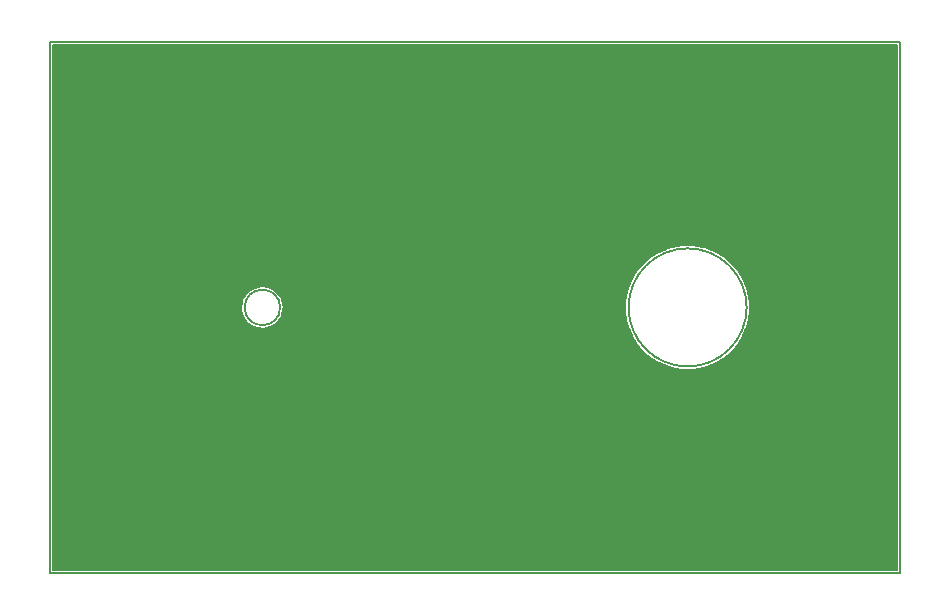
<source format=gbl>
G04 #@! TF.GenerationSoftware,KiCad,Pcbnew,(6.0.7)*
G04 #@! TF.CreationDate,2022-10-12T09:28:52+03:00*
G04 #@! TF.ProjectId,ControlUnitFaceplateSilkscreen,436f6e74-726f-46c5-956e-697446616365,rev?*
G04 #@! TF.SameCoordinates,Original*
G04 #@! TF.FileFunction,Copper,L2,Bot*
G04 #@! TF.FilePolarity,Positive*
%FSLAX46Y46*%
G04 Gerber Fmt 4.6, Leading zero omitted, Abs format (unit mm)*
G04 Created by KiCad (PCBNEW (6.0.7)) date 2022-10-12 09:28:52*
%MOMM*%
%LPD*%
G01*
G04 APERTURE LIST*
G04 #@! TA.AperFunction,Profile*
%ADD10C,0.200000*%
G04 #@! TD*
G04 #@! TA.AperFunction,ComponentPad*
%ADD11C,5.000000*%
G04 #@! TD*
G04 APERTURE END LIST*
D10*
X186596600Y-111374600D02*
X186596600Y-66374600D01*
X186596600Y-66374600D02*
X114596600Y-66374600D01*
X114596600Y-111374600D02*
X186596600Y-111374600D01*
X134096600Y-88874600D02*
G75*
G03*
X134096600Y-88874600I-1500000J0D01*
G01*
X173596600Y-88874600D02*
G75*
G03*
X173596600Y-88874600I-5000000J0D01*
G01*
X114596600Y-66374600D02*
X114596600Y-111374600D01*
D11*
X181896600Y-106574600D03*
X119396600Y-106574600D03*
X119396600Y-71074600D03*
X181896600Y-71074600D03*
G04 #@! TA.AperFunction,Conductor*
G36*
X186355291Y-66594007D02*
G01*
X186391255Y-66643507D01*
X186396100Y-66674100D01*
X186396100Y-111075100D01*
X186377193Y-111133291D01*
X186327693Y-111169255D01*
X186297100Y-111174100D01*
X114896100Y-111174100D01*
X114837909Y-111155193D01*
X114801945Y-111105693D01*
X114797100Y-111075100D01*
X114797100Y-88829961D01*
X130891916Y-88829961D01*
X130894060Y-88874600D01*
X130904043Y-89082420D01*
X130953352Y-89330313D01*
X131038760Y-89568195D01*
X131158392Y-89790840D01*
X131309618Y-89993356D01*
X131489117Y-90171296D01*
X131492076Y-90173466D01*
X131492080Y-90173469D01*
X131492941Y-90174100D01*
X131692946Y-90320749D01*
X131916626Y-90438433D01*
X131920097Y-90439645D01*
X131920099Y-90439646D01*
X132002497Y-90468420D01*
X132155244Y-90521762D01*
X132403558Y-90568906D01*
X132541008Y-90574306D01*
X132652443Y-90578685D01*
X132652446Y-90578685D01*
X132656113Y-90578829D01*
X132907360Y-90551313D01*
X133029571Y-90519138D01*
X133148235Y-90487897D01*
X133148240Y-90487895D01*
X133151781Y-90486963D01*
X133384005Y-90387191D01*
X133393029Y-90381607D01*
X133595805Y-90256126D01*
X133595810Y-90256122D01*
X133598931Y-90254191D01*
X133791838Y-90090883D01*
X133897350Y-89970570D01*
X133956062Y-89903623D01*
X133956066Y-89903618D01*
X133958488Y-89900856D01*
X134095219Y-89688284D01*
X134134729Y-89600576D01*
X134197518Y-89461188D01*
X134199028Y-89457836D01*
X134267634Y-89214576D01*
X134299531Y-88963847D01*
X134301868Y-88874600D01*
X163391146Y-88874600D01*
X163410954Y-89328285D01*
X163470229Y-89778518D01*
X163470698Y-89780634D01*
X163470699Y-89780639D01*
X163497351Y-89900856D01*
X163568518Y-90221871D01*
X163569165Y-90223922D01*
X163569166Y-90223927D01*
X163672096Y-90550379D01*
X163705073Y-90654970D01*
X163878857Y-91074520D01*
X164088545Y-91477327D01*
X164089697Y-91479135D01*
X164089698Y-91479137D01*
X164149062Y-91572319D01*
X164332542Y-91860326D01*
X164608991Y-92220601D01*
X164915788Y-92555412D01*
X165250599Y-92862209D01*
X165610874Y-93138658D01*
X165612690Y-93139815D01*
X165612693Y-93139817D01*
X165734344Y-93217317D01*
X165993873Y-93382655D01*
X166396680Y-93592343D01*
X166816230Y-93766127D01*
X166818299Y-93766779D01*
X166818298Y-93766779D01*
X167247273Y-93902034D01*
X167247278Y-93902035D01*
X167249329Y-93902682D01*
X167251436Y-93903149D01*
X167690561Y-94000501D01*
X167690566Y-94000502D01*
X167692682Y-94000971D01*
X168142915Y-94060246D01*
X168596600Y-94080054D01*
X169050285Y-94060246D01*
X169500518Y-94000971D01*
X169502634Y-94000502D01*
X169502639Y-94000501D01*
X169941764Y-93903149D01*
X169943871Y-93902682D01*
X169945922Y-93902035D01*
X169945927Y-93902034D01*
X170374902Y-93766779D01*
X170374901Y-93766779D01*
X170376970Y-93766127D01*
X170796520Y-93592343D01*
X171199327Y-93382655D01*
X171458856Y-93217317D01*
X171580507Y-93139817D01*
X171580510Y-93139815D01*
X171582326Y-93138658D01*
X171942601Y-92862209D01*
X172277412Y-92555412D01*
X172584209Y-92220601D01*
X172860658Y-91860326D01*
X173044139Y-91572319D01*
X173103502Y-91479137D01*
X173103503Y-91479135D01*
X173104655Y-91477327D01*
X173314343Y-91074520D01*
X173488127Y-90654970D01*
X173521104Y-90550379D01*
X173624034Y-90223927D01*
X173624035Y-90223922D01*
X173624682Y-90221871D01*
X173695849Y-89900856D01*
X173722501Y-89780639D01*
X173722502Y-89780634D01*
X173722971Y-89778518D01*
X173782246Y-89328285D01*
X173802054Y-88874600D01*
X173782246Y-88420915D01*
X173722971Y-87970682D01*
X173624682Y-87527329D01*
X173622914Y-87521720D01*
X173488779Y-87096298D01*
X173488127Y-87094230D01*
X173314343Y-86674680D01*
X173104655Y-86271873D01*
X172860658Y-85888874D01*
X172584209Y-85528599D01*
X172277412Y-85193788D01*
X171942601Y-84886991D01*
X171582326Y-84610542D01*
X171199327Y-84366545D01*
X170796520Y-84156857D01*
X170376970Y-83983073D01*
X170322396Y-83965866D01*
X169945927Y-83847166D01*
X169945922Y-83847165D01*
X169943871Y-83846518D01*
X169792256Y-83812906D01*
X169502639Y-83748699D01*
X169502634Y-83748698D01*
X169500518Y-83748229D01*
X169050285Y-83688954D01*
X168596600Y-83669146D01*
X168142915Y-83688954D01*
X167692682Y-83748229D01*
X167690566Y-83748698D01*
X167690561Y-83748699D01*
X167400944Y-83812906D01*
X167249329Y-83846518D01*
X167247278Y-83847165D01*
X167247273Y-83847166D01*
X166870804Y-83965866D01*
X166816230Y-83983073D01*
X166396680Y-84156857D01*
X165993873Y-84366545D01*
X165610874Y-84610542D01*
X165250599Y-84886991D01*
X164915788Y-85193788D01*
X164608991Y-85528599D01*
X164332542Y-85888874D01*
X164088545Y-86271873D01*
X163878857Y-86674680D01*
X163705073Y-87094230D01*
X163704421Y-87096298D01*
X163570287Y-87521720D01*
X163568518Y-87527329D01*
X163470229Y-87970682D01*
X163410954Y-88420915D01*
X163396631Y-88748964D01*
X163391146Y-88874600D01*
X134301868Y-88874600D01*
X134301684Y-88872127D01*
X134301684Y-88872117D01*
X134283409Y-88626199D01*
X134283408Y-88626193D01*
X134283137Y-88622545D01*
X134227356Y-88376028D01*
X134206719Y-88322959D01*
X134137080Y-88143882D01*
X134137078Y-88143877D01*
X134135750Y-88140463D01*
X134010331Y-87921026D01*
X133853855Y-87722538D01*
X133851182Y-87720024D01*
X133851177Y-87720018D01*
X133672432Y-87551872D01*
X133669760Y-87549358D01*
X133462089Y-87405291D01*
X133417169Y-87383139D01*
X133238707Y-87295131D01*
X133238703Y-87295129D01*
X133235405Y-87293503D01*
X133231903Y-87292382D01*
X133231898Y-87292380D01*
X133086706Y-87245904D01*
X132994687Y-87216449D01*
X132991072Y-87215860D01*
X132991071Y-87215860D01*
X132748841Y-87176410D01*
X132748840Y-87176410D01*
X132745224Y-87175821D01*
X132741561Y-87175773D01*
X132741560Y-87175773D01*
X132618860Y-87174167D01*
X132492496Y-87172513D01*
X132488868Y-87173007D01*
X132488864Y-87173007D01*
X132329298Y-87194723D01*
X132242055Y-87206596D01*
X131999403Y-87277323D01*
X131769870Y-87383139D01*
X131558499Y-87521720D01*
X131555766Y-87524159D01*
X131555765Y-87524160D01*
X131476572Y-87594842D01*
X131369933Y-87690021D01*
X131367586Y-87692843D01*
X131367585Y-87692844D01*
X131320714Y-87749200D01*
X131208315Y-87884346D01*
X131077195Y-88100425D01*
X130979454Y-88333511D01*
X130978549Y-88337073D01*
X130978549Y-88337074D01*
X130950390Y-88447952D01*
X130917239Y-88578483D01*
X130891916Y-88829961D01*
X114797100Y-88829961D01*
X114797100Y-66674100D01*
X114816007Y-66615909D01*
X114865507Y-66579945D01*
X114896100Y-66575100D01*
X186297100Y-66575100D01*
X186355291Y-66594007D01*
G37*
G04 #@! TD.AperFunction*
M02*

</source>
